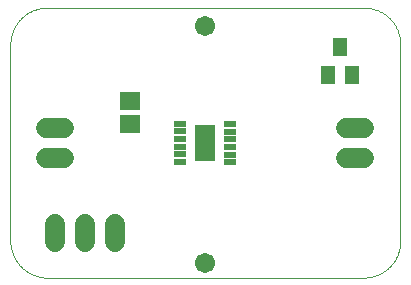
<source format=gts>
G75*
%MOIN*%
%OFA0B0*%
%FSLAX25Y25*%
%IPPOS*%
%LPD*%
%AMOC8*
5,1,8,0,0,1.08239X$1,22.5*
%
%ADD10C,0.00394*%
%ADD11C,0.00400*%
%ADD12C,0.06706*%
%ADD13R,0.04343X0.02375*%
%ADD14R,0.07099X0.12217*%
%ADD15R,0.06706X0.05918*%
%ADD16C,0.06800*%
%ADD17R,0.04737X0.06312*%
D10*
X0014300Y0023933D02*
X0014001Y0023931D01*
X0013702Y0023936D01*
X0013403Y0023949D01*
X0013105Y0023969D01*
X0012807Y0023996D01*
X0012510Y0024030D01*
X0012214Y0024072D01*
X0011919Y0024121D01*
X0011625Y0024177D01*
X0011333Y0024240D01*
X0011042Y0024310D01*
X0010753Y0024388D01*
X0010466Y0024472D01*
X0010181Y0024563D01*
X0009899Y0024661D01*
X0009619Y0024766D01*
X0009342Y0024878D01*
X0009067Y0024997D01*
X0008796Y0025122D01*
X0008527Y0025254D01*
X0008262Y0025392D01*
X0008000Y0025537D01*
X0007742Y0025688D01*
X0007488Y0025845D01*
X0007237Y0026009D01*
X0006991Y0026178D01*
X0006749Y0026353D01*
X0006511Y0026535D01*
X0006278Y0026722D01*
X0006049Y0026914D01*
X0005825Y0027113D01*
X0005606Y0027316D01*
X0005392Y0027525D01*
X0005183Y0027739D01*
X0004980Y0027958D01*
X0004781Y0028182D01*
X0004589Y0028411D01*
X0004402Y0028644D01*
X0004220Y0028882D01*
X0004045Y0029124D01*
X0003876Y0029370D01*
X0003712Y0029621D01*
X0003555Y0029875D01*
X0003404Y0030133D01*
X0003259Y0030395D01*
X0003121Y0030660D01*
X0002989Y0030929D01*
X0002864Y0031200D01*
X0002745Y0031475D01*
X0002633Y0031752D01*
X0002528Y0032032D01*
X0002430Y0032314D01*
X0002339Y0032599D01*
X0002255Y0032886D01*
X0002177Y0033175D01*
X0002107Y0033466D01*
X0002044Y0033758D01*
X0001988Y0034052D01*
X0001939Y0034347D01*
X0001897Y0034643D01*
X0001863Y0034940D01*
X0001836Y0035238D01*
X0001816Y0035536D01*
X0001803Y0035835D01*
X0001798Y0036134D01*
X0001800Y0036433D01*
X0001800Y0101433D02*
X0001798Y0101732D01*
X0001803Y0102031D01*
X0001816Y0102330D01*
X0001836Y0102628D01*
X0001863Y0102926D01*
X0001897Y0103223D01*
X0001939Y0103519D01*
X0001988Y0103814D01*
X0002044Y0104108D01*
X0002107Y0104400D01*
X0002177Y0104691D01*
X0002255Y0104980D01*
X0002339Y0105267D01*
X0002430Y0105552D01*
X0002528Y0105834D01*
X0002633Y0106114D01*
X0002745Y0106391D01*
X0002864Y0106666D01*
X0002989Y0106937D01*
X0003121Y0107206D01*
X0003259Y0107471D01*
X0003404Y0107733D01*
X0003555Y0107991D01*
X0003712Y0108245D01*
X0003876Y0108496D01*
X0004045Y0108742D01*
X0004220Y0108984D01*
X0004402Y0109222D01*
X0004589Y0109455D01*
X0004781Y0109684D01*
X0004980Y0109908D01*
X0005183Y0110127D01*
X0005392Y0110341D01*
X0005606Y0110550D01*
X0005825Y0110753D01*
X0006049Y0110952D01*
X0006278Y0111144D01*
X0006511Y0111331D01*
X0006749Y0111513D01*
X0006991Y0111688D01*
X0007237Y0111857D01*
X0007488Y0112021D01*
X0007742Y0112178D01*
X0008000Y0112329D01*
X0008262Y0112474D01*
X0008527Y0112612D01*
X0008796Y0112744D01*
X0009067Y0112869D01*
X0009342Y0112988D01*
X0009619Y0113100D01*
X0009899Y0113205D01*
X0010181Y0113303D01*
X0010466Y0113394D01*
X0010753Y0113478D01*
X0011042Y0113556D01*
X0011333Y0113626D01*
X0011625Y0113689D01*
X0011919Y0113745D01*
X0012214Y0113794D01*
X0012510Y0113836D01*
X0012807Y0113870D01*
X0013105Y0113897D01*
X0013403Y0113917D01*
X0013702Y0113930D01*
X0014001Y0113935D01*
X0014300Y0113933D01*
X0119300Y0113933D02*
X0119599Y0113935D01*
X0119898Y0113930D01*
X0120197Y0113917D01*
X0120495Y0113897D01*
X0120793Y0113870D01*
X0121090Y0113836D01*
X0121386Y0113794D01*
X0121681Y0113745D01*
X0121975Y0113689D01*
X0122267Y0113626D01*
X0122558Y0113556D01*
X0122847Y0113478D01*
X0123134Y0113394D01*
X0123419Y0113303D01*
X0123701Y0113205D01*
X0123981Y0113100D01*
X0124258Y0112988D01*
X0124533Y0112869D01*
X0124804Y0112744D01*
X0125073Y0112612D01*
X0125338Y0112474D01*
X0125600Y0112329D01*
X0125858Y0112178D01*
X0126112Y0112021D01*
X0126363Y0111857D01*
X0126609Y0111688D01*
X0126851Y0111513D01*
X0127089Y0111331D01*
X0127322Y0111144D01*
X0127551Y0110952D01*
X0127775Y0110753D01*
X0127994Y0110550D01*
X0128208Y0110341D01*
X0128417Y0110127D01*
X0128620Y0109908D01*
X0128819Y0109684D01*
X0129011Y0109455D01*
X0129198Y0109222D01*
X0129380Y0108984D01*
X0129555Y0108742D01*
X0129724Y0108496D01*
X0129888Y0108245D01*
X0130045Y0107991D01*
X0130196Y0107733D01*
X0130341Y0107471D01*
X0130479Y0107206D01*
X0130611Y0106937D01*
X0130736Y0106666D01*
X0130855Y0106391D01*
X0130967Y0106114D01*
X0131072Y0105834D01*
X0131170Y0105552D01*
X0131261Y0105267D01*
X0131345Y0104980D01*
X0131423Y0104691D01*
X0131493Y0104400D01*
X0131556Y0104108D01*
X0131612Y0103814D01*
X0131661Y0103519D01*
X0131703Y0103223D01*
X0131737Y0102926D01*
X0131764Y0102628D01*
X0131784Y0102330D01*
X0131797Y0102031D01*
X0131802Y0101732D01*
X0131800Y0101433D01*
X0131800Y0036433D02*
X0131802Y0036134D01*
X0131797Y0035835D01*
X0131784Y0035536D01*
X0131764Y0035238D01*
X0131737Y0034940D01*
X0131703Y0034643D01*
X0131661Y0034347D01*
X0131612Y0034052D01*
X0131556Y0033758D01*
X0131493Y0033466D01*
X0131423Y0033175D01*
X0131345Y0032886D01*
X0131261Y0032599D01*
X0131170Y0032314D01*
X0131072Y0032032D01*
X0130967Y0031752D01*
X0130855Y0031475D01*
X0130736Y0031200D01*
X0130611Y0030929D01*
X0130479Y0030660D01*
X0130341Y0030395D01*
X0130196Y0030133D01*
X0130045Y0029875D01*
X0129888Y0029621D01*
X0129724Y0029370D01*
X0129555Y0029124D01*
X0129380Y0028882D01*
X0129198Y0028644D01*
X0129011Y0028411D01*
X0128819Y0028182D01*
X0128620Y0027958D01*
X0128417Y0027739D01*
X0128208Y0027525D01*
X0127994Y0027316D01*
X0127775Y0027113D01*
X0127551Y0026914D01*
X0127322Y0026722D01*
X0127089Y0026535D01*
X0126851Y0026353D01*
X0126609Y0026178D01*
X0126363Y0026009D01*
X0126112Y0025845D01*
X0125858Y0025688D01*
X0125600Y0025537D01*
X0125338Y0025392D01*
X0125073Y0025254D01*
X0124804Y0025122D01*
X0124533Y0024997D01*
X0124258Y0024878D01*
X0123981Y0024766D01*
X0123701Y0024661D01*
X0123419Y0024563D01*
X0123134Y0024472D01*
X0122847Y0024388D01*
X0122558Y0024310D01*
X0122267Y0024240D01*
X0121975Y0024177D01*
X0121681Y0024121D01*
X0121386Y0024072D01*
X0121090Y0024030D01*
X0120793Y0023996D01*
X0120495Y0023969D01*
X0120197Y0023949D01*
X0119898Y0023936D01*
X0119599Y0023931D01*
X0119300Y0023933D01*
D11*
X0014300Y0023933D01*
X0001800Y0036433D02*
X0001800Y0101433D01*
X0014300Y0113933D02*
X0119300Y0113933D01*
X0131800Y0101433D02*
X0131800Y0036433D01*
D12*
X0066800Y0028933D03*
X0066800Y0107673D03*
D13*
X0058335Y0075232D03*
X0058335Y0072673D03*
X0058335Y0070114D03*
X0058335Y0067555D03*
X0058335Y0064996D03*
X0058335Y0062437D03*
X0074871Y0062398D03*
X0074871Y0064957D03*
X0074871Y0067516D03*
X0074871Y0070075D03*
X0074871Y0072634D03*
X0074871Y0075193D03*
D14*
X0066603Y0068736D03*
D15*
X0041800Y0075193D03*
X0041800Y0082673D03*
D16*
X0019800Y0073933D02*
X0013800Y0073933D01*
X0013800Y0063933D02*
X0019800Y0063933D01*
X0016800Y0041933D02*
X0016800Y0035933D01*
X0026800Y0035933D02*
X0026800Y0041933D01*
X0036800Y0041933D02*
X0036800Y0035933D01*
X0113800Y0063933D02*
X0119800Y0063933D01*
X0119800Y0073933D02*
X0113800Y0073933D01*
D17*
X0115800Y0091465D03*
X0107800Y0091465D03*
X0111800Y0100965D03*
M02*

</source>
